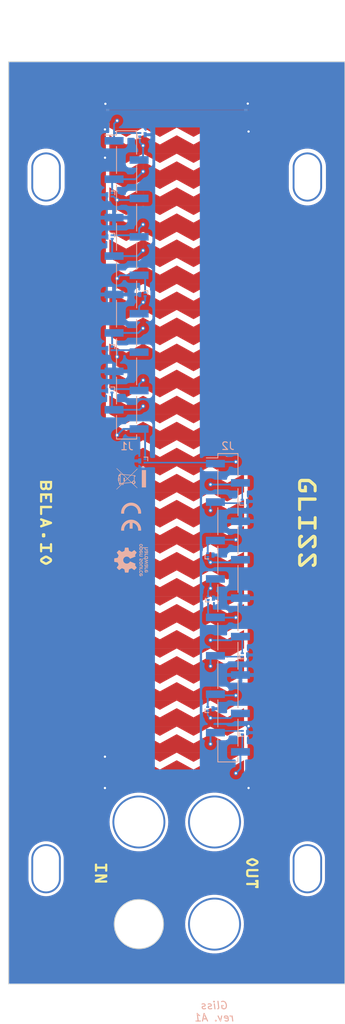
<source format=kicad_pcb>
(kicad_pcb (version 20221018) (generator pcbnew)
  (title_block (title "Gliss [Faceplate]") (rev "1.0") (company "Augmented Instruments Ltd."))
  (layers (0 "F.Cu" signal) (31 "B.Cu" signal) (34 "B.Paste" user) (35 "F.Paste" user) (36 "B.SilkS" user "B.Silkscreen") (37 "F.SilkS" user "F.Silkscreen") (38 "B.Mask" user) (39 "F.Mask" user) (44 "Edge.Cuts" user))
  (net 0 "")
  (net 1 "GND")
  (net 2 "/pad2")
  (net 3 "/pad6")
  (net 4 "/pad10")
  (net 5 "/pad14")
  (net 6 "/pad18")
  (net 7 "/pad22")
  (net 8 "/pad26")
  (net 9 "/pad4")
  (net 10 "/pad8")
  (net 11 "/pad12")
  (net 12 "/pad16")
  (net 13 "/pad20")
  (net 14 "/pad24")
  (net 15 "/pad1")
  (net 16 "/pad3")
  (net 17 "/pad5")
  (net 18 "/pad7")
  (net 19 "/pad9")
  (net 20 "/pad11")
  (net 21 "/pad13")
  (net 22 "/pad15")
  (net 23 "/pad17")
  (net 24 "/pad19")
  (net 25 "/pad21")
  (net 26 "/pad23")
  (net 27 "/pad25")
  (footprint "Gliss:TouchSlider-26_89.5x17.8mm" (layer "F.Cu") (at 137.03 86 90)
    (fp_text reference "P1" hide)
    (fp_text value "Conn_01x26")
  )
  (footprint "Gliss:eurorack_knurled_nut" (layer "F.Cu") (at 142.03 135.36)
    (fp_text reference "" hide)
    (fp_text value "eurorack_knurled_nut")
  )
  (footprint "Gliss:eurorack_knurled_nut" (layer "F.Cu") (at 142.03 148.86)
    (fp_text reference "" hide)
    (fp_text value "eurorack_knurled_nut")
  )
  (footprint "Gliss:eurorack_knurled_nut" (layer "F.Cu") (at 132.03 135.36)
    (fp_text reference "" hide)
    (fp_text value "eurorack_knurled_nut")
  )
  (footprint "Gliss:gliss_edge_silkscreen_1U_R" (layer "F.Cu") (at 127.03 34.86)
    (fp_text reference "outline" hide)
    (fp_text value "Val**" hide)
    (fp_line (start -12.225 0) (end -12.225 121.92) (stroke (width 0.1)) (layer "Edge.Cuts"))
    (fp_line (start -12.225 0) (end 32.225 0) (stroke (width 0.1)) (layer "Edge.Cuts"))
    (fp_line (start -12.225 121.92) (end 32.225 121.92) (stroke (width 0.1)) (layer "Edge.Cuts"))
    (fp_line (start 32.225 0) (end 32.225 121.92) (stroke (width 0.1)) (layer "Edge.Cuts"))
    (fp_circle (center 5 114) (end 8.25 114) (stroke (width 0.12)) (fill none) (layer "Edge.Cuts"))
  )
  (footprint "Package_DFN_QFN:Diodes_DFN1006-3" (layer "B.Cu") (at 146.05 113.284)
    (fp_text reference "U11" hide)
    (fp_text value "D5V0F2U3LP")
  )
  (footprint "Package_DFN_QFN:Diodes_DFN1006-3" (layer "B.Cu") (at 128.143 72.771 180)
    (fp_text reference "U2" hide)
    (fp_text value "D5V0F2U3LP")
  )
  (footprint "Package_DFN_QFN:Diodes_DFN1006-3" (layer "B.Cu") (at 132.5 87.63 180)
    (fp_text reference "U13" hide)
    (fp_text value "D5V0F2U3LP")
  )
  (footprint "Package_DFN_QFN:Diodes_DFN1006-3" (layer "B.Cu") (at 146.04 92.99)
    (fp_text reference "U10" hide)
    (fp_text value "D5V0F2U3LP")
  )
  (footprint "Connector_PinHeader_2.54mm:PinHeader_1x16_P2.54mm_Vertical_SMD_Pin1Right" (layer "B.Cu") (at 143.8 107.04 180)
    (fp_text reference "J2")
    (fp_text value "Conn_01x16_Male")
  )
  (footprint "Gliss:OpenSourceHardware_Logo" (layer "B.Cu") (at 131 100.75 -90)
    (fp_text reference "REF**" hide)
    (fp_text value "OpenSourceHardware_Logo")
  )
  (footprint "Package_DFN_QFN:Diodes_DFN1006-3" (layer "B.Cu") (at 128.143 52.451 180)
    (fp_text reference "U3" hide)
    (fp_text value "D5V0F2U3LP")
  )
  (footprint "Package_DFN_QFN:Diodes_DFN1006-3" (layer "B.Cu") (at 141.478 120.396)
    (fp_text reference "U9" hide)
    (fp_text value "D5V0F2U3LP")
  )
  (footprint "Connector_PinHeader_2.54mm:PinHeader_1x16_P2.54mm_Vertical_SMD_Pin1Right" (layer "B.Cu") (at 130.4 64.36 180)
    (fp_text reference "J1")
    (fp_text value "Conn_01x16_Male")
  )
  (footprint "Package_DFN_QFN:Diodes_DFN1006-3" (layer "B.Cu") (at 128.143 58.031 180)
    (fp_text reference "U5" hide)
    (fp_text value "D5V0F2U3LP")
  )
  (footprint "Package_DFN_QFN:Diodes_DFN1006-3" (layer "B.Cu") (at 132.5 44.51)
    (fp_text reference "U1" hide)
    (fp_text value "D5V0F2U3LP")
  )
  (footprint "Package_DFN_QFN:Diodes_DFN1006-3" (layer "B.Cu") (at 128.12 78.36 180)
    (fp_text reference "U4" hide)
    (fp_text value "D5V0F2U3LP")
  )
  (footprint "Package_DFN_QFN:Diodes_DFN1006-3" (layer "B.Cu") (at 141.5288 105.7656)
    (fp_text reference "U12" hide)
    (fp_text value "D5V0F2U3LP")
  )
  (footprint "Package_DFN_QFN:Diodes_DFN1006-3" (layer "B.Cu") (at 132.5 65.6256 180)
    (fp_text reference "U7" hide)
    (fp_text value "D5V0F2U3LP")
  )
  (footprint "Gliss:CE-Mark" (layer "B.Cu") (at 131 95 -90)
    (fp_text reference "REF**" hide)
    (fp_text value "CE-Mark")
  )
  (footprint "Package_DFN_QFN:Diodes_DFN1006-3" (layer "B.Cu") (at 141.478 100.076)
    (fp_text reference "U8" hide)
    (fp_text value "D5V0F2U3LP")
  )
  (footprint "Gliss:WEEE-Label" (layer "B.Cu") (at 131 90 -90)
    (fp_text reference "REF**" hide)
    (fp_text value "WEEE-Label")
  )
  (footprint "Package_DFN_QFN:Diodes_DFN1006-3" (layer "B.Cu") (at 146.05 123.5456)
    (fp_text reference "U6" hide)
    (fp_text value "D5V0F2U3LP")
  )
  (gr_text "Gliss\nrev. A1" (at 142.03 160.41) (layer "B.SilkS") (effects (font (size 1 1) (thickness 0.15) italic) (justify mirror)))
  (segment (start 146.53 130.87) (end 146.53 156.7) (width 0.25) (layer "F.Cu") (net 1))
  (segment (start 146.53 122.682) (end 146.53 44.09) (width 0.25) (layer "F.Cu") (net 1))
  (segment (start 127.54 68.167) (end 127.54 62.579) (width 0.25) (layer "F.Cu") (net 1))
  (segment (start 127.54 40.485) (end 127.54 41.16) (width 0.25) (layer "F.Cu") (net 1))
  (segment (start 127.54 62.579) (end 127.54 47.339) (width 0.25) (layer "F.Cu") (net 1))
  (segment (start 146.53 44.09) (end 146.53 40.505) (width 0.25) (layer "F.Cu") (net 1))
  (segment (start 127.54 130.87) (end 127.54 136.985783) (width 0.25) (layer "F.Cu") (net 1))
  (segment (start 127.54 47.339) (end 127.54 41.16) (width 0.25) (layer "F.Cu") (net 1))
  (segment (start 127.54 130.87) (end 127.54 126.73) (width 0.25) (layer "F.Cu") (net 1))
  (segment (start 146.53 40.505) (end 146.425 40.4) (width 0.25) (layer "F.Cu") (net 1))
  (segment (start 127.54 126.73) (end 127.54 68.167) (width 0.25) (layer "F.Cu") (net 1))
  (segment (start 146.53 130.87) (end 127.54 130.87) (width 0.25) (layer "F.Cu") (net 1))
  (segment (start 146.53 130.87) (end 146.53 122.682) (width 0.25) (layer "F.Cu") (net 1))
  (segment (start 127.54 136.985783) (end 127.54 156.66) (width 0.25) (layer "F.Cu") (net 1))
  (segment (start 127.6 40.425) (end 127.54 40.485) (width 0.25) (layer "F.Cu") (net 1))
  (via (at 127.55 47.55) (size 0.6) (drill 0.3) (layers "F.Cu" "B.Cu") (net 1))
  (via (at 127.54 43.81) (size 0.6) (drill 0.3) (layers "F.Cu" "B.Cu") (net 1))
  (via (at 127.6 40.425) (size 0.6) (drill 0.3) (layers "F.Cu" "B.Cu") (net 1))
  (via (at 146.53 44.09) (size 0.6) (drill 0.3) (layers "F.Cu" "B.Cu") (net 1))
  (via (at 146.425 40.4) (size 0.6) (drill 0.3) (layers "F.Cu" "B.Cu") (net 1))
  (via (at 146.53 122.682) (size 0.6) (drill 0.3) (layers "F.Cu" "B.Cu") (net 1))
  (via (at 127.54 130.87) (size 0.6) (drill 0.3) (layers "F.Cu" "B.Cu") (net 1))
  (via (at 127.54 126.73) (size 0.6) (drill 0.3) (layers "F.Cu" "B.Cu") (net 1))
  (via (at 146.53 130.87) (size 0.6) (drill 0.3) (layers "F.Cu" "B.Cu") (net 1))
  (segment (start 128.745 55.47) (end 128.12 55.47) (width 0.25) (layer "B.Cu") (net 1))
  (segment (start 128.745 65.62) (end 128.11 65.62) (width 0.25) (layer "B.Cu") (net 1))
  (segment (start 127.793 65.303) (end 127.793 62.601) (width 0.25) (layer "B.Cu") (net 1))
  (segment (start 128.11 55.47) (end 127.793 55.153) (width 0.25) (layer "B.Cu") (net 1))
  (segment (start 127.77 76.18) (end 127.77 78.36) (width 0.25) (layer "B.Cu") (net 1))
  (segment (start 146.4 95.281) (end 146.4 92.9894) (width 0.25) (layer "B.Cu") (net 1))
  (segment (start 145.455 95.61) (end 146.071 95.61) (width 0.25) (layer "B.Cu") (net 1))
  (segment (start 127.793 55.153) (end 127.793 52.451) (width 0.25) (layer "B.Cu") (net 1))
  (segment (start 128.745 75.79) (end 128.16 75.79) (width 0.25) (layer "B.Cu") (net 1))
  (segment (start 128.745 65.62) (end 128.12 65.62) (width 0.25) (layer "B.Cu") (net 1))
  (segment (start 128.18 75.79) (end 127.793 75.403) (width 0.25) (layer "B.Cu") (net 1))
  (segment (start 128.11 65.62) (end 127.793 65.303) (width 0.25) (layer "B.Cu") (net 1))
  (segment (start 146.071 95.61) (end 146.4 95.281) (width 0.25) (layer "B.Cu") (net 1))
  (segment (start 128.12 65.62) (end 127.793 65.947) (width 0.25) (layer "B.Cu") (net 1))
  (segment (start 141.8832 105.77) (end 141.8788 105.7656) (width 0.2) (layer "B.Cu") (net 1))
  (segment (start 127.793 55.797) (end 127.793 58.031) (width 0.25) (layer "B.Cu") (net 1))
  (segment (start 146.4 122.8146) (end 146.5326 122.682) (width 0.2) (layer "B.Cu") (net 1))
  (segment (start 145.455 95.61) (end 145.817 95.61) (width 0.25) (layer "B.Cu") (net 1))
  (segment (start 146.4 115.474) (end 146.4 113.284) (width 0.2) (layer "B.Cu") (net 1))
  (segment (start 145.944 115.93) (end 146.4 115.474) (width 0.2) (layer "B.Cu") (net 1))
  (segment (start 145.455 105.77) (end 141.8832 105.77) (width 0.2) (layer "B.Cu") (net 1))
  (segment (start 145.817 95.61) (end 146.1206 95.3064) (width 0.25) (layer "B.Cu") (net 1))
  (segment (start 128.745 75.79) (end 128.18 75.79) (width 0.25) (layer "B.Cu") (net 1))
  (segment (start 128.745 55.47) (end 128.11 55.47) (width 0.25) (layer "B.Cu") (net 1))
  (segment (start 127.793 65.947) (end 127.793 68.181) (width 0.25) (layer "B.Cu") (net 1))
  (segment (start 145.455 115.93) (end 145.944 115.93) (width 0.2) (layer "B.Cu") (net 1))
  (segment (start 128.12 55.47) (end 127.793 55.797) (width 0.25) (layer "B.Cu") (net 1))
  (segment (start 127.793 75.403) (end 127.793 72.771) (width 0.25) (layer "B.Cu") (net 1))
  (segment (start 146.4 123.5456) (end 146.4 122.8146) (width 0.2) (layer "B.Cu") (net 1))
  (segment (start 128.16 75.79) (end 127.77 76.18) (width 0.25) (layer "B.Cu") (net 1))
  (via (at 141.5 125.05) (size 0.6) (drill 0.3) (layers "F.Cu" "B.Cu") (net 2))
  (segment (start 145.7 123.3206) (end 142.3744 123.3206) (width 0.2) (layer "B.Cu") (net 2))
  (segment (start 142.145 123.55) (end 143.0484 123.55) (width 0.25) (layer "B.Cu") (net 2))
  (segment (start 141.5 123.8538) (end 141.5 125.05) (width 0.25) (layer "B.Cu") (net 2))
  (segment (start 142.8452 123.55) (end 143.2052 123.19) (width 0.25) (layer "B.Cu") (net 2))
  (segment (start 141.8038 123.55) (end 141.5 123.8538) (width 0.25) (layer "B.Cu") (net 2))
  (segment (start 142.3744 123.3206) (end 142.145 123.55) (width 0.2) (layer "B.Cu") (net 2))
  (segment (start 142.145 123.55) (end 142.8452 123.55) (width 0.25) (layer "B.Cu") (net 2))
  (segment (start 143.0484 123.55) (end 143.2778 123.3206) (width 0.25) (layer "B.Cu") (net 2))
  (segment (start 142.145 123.55) (end 141.8038 123.55) (width 0.25) (layer "B.Cu") (net 2))
  (via (at 141.5 111.33) (size 0.6) (drill 0.3) (layers "F.Cu" "B.Cu") (net 3))
  (segment (start 145.455 110.85) (end 144.7248 110.85) (width 0.25) (layer "B.Cu") (net 3))
  (segment (start 144.7248 110.85) (end 144.2448 111.33) (width 0.25) (layer "B.Cu") (net 3))
  (segment (start 145.7 111.095) (end 145.455 110.85) (width 0.2) (layer "B.Cu") (net 3))
  (segment (start 145.7 113.059) (end 145.7 111.095) (width 0.2) (layer "B.Cu") (net 3))
  (segment (start 144.2448 111.33) (end 141.5 111.33) (width 0.25) (layer "B.Cu") (net 3))
  (via (at 144.85 98.05) (size 0.6) (drill 0.3) (layers "F.Cu" "B.Cu") (net 4))
  (segment (start 144.85 98.05) (end 142.245 98.05) (width 0.25) (layer "B.Cu") (net 4))
  (segment (start 141.4736 98.15) (end 141.128 98.4956) (width 0.25) (layer "B.Cu") (net 4))
  (segment (start 141.128 98.4956) (end 141.128 99.851) (width 0.25) (layer "B.Cu") (net 4))
  (segment (start 142.145 98.15) (end 141.4736 98.15) (width 0.25) (layer "B.Cu") (net 4))
  (segment (start 142.245 98.05) (end 142.145 98.15) (width 0.25) (layer "B.Cu") (net 4))
  (via (at 129.15 84.222) (size 0.6) (drill 0.3) (layers "F.Cu" "B.Cu") (net 5))
  (segment (start 132.055 83.41) (end 132.6 83.41) (width 0.25) (layer "B.Cu") (net 5))
  (segment (start 132.86 83.67) (end 132.85 83.68) (width 0.25) (layer "B.Cu") (net 5))
  (segment (start 132.85 83.68) (end 132.85 87.405) (width 0.25) (layer "B.Cu") (net 5))
  (segment (start 129.15 84.222) (end 129.962 83.41) (width 0.25) (layer "B.Cu") (net 5))
  (segment (start 129.962 83.41) (end 132.055 83.41) (width 0.25) (layer "B.Cu") (net 5))
  (segment (start 132.6 83.41) (end 132.86 83.67) (width 0.25) (layer "B.Cu") (net 5))
  (via (at 132.57 70.1) (size 0.6) (drill 0.3) (layers "F.Cu" "B.Cu") (net 6))
  (segment (start 131.96 70.71) (end 132.57 70.1) (width 0.25) (layer "B.Cu") (net 6))
  (segment (start 128.493 70.962) (end 128.745 70.71) (width 0.25) (layer "B.Cu") (net 6))
  (segment (start 128.493 72.546) (end 128.493 70.962) (width 0.25) (layer "B.Cu") (net 6))
  (segment (start 128.745 70.71) (end 131.96 70.71) (width 0.25) (layer "B.Cu") (net 6))
  (via (at 132.58 56.38) (size 0.6) (drill 0.3) (layers "F.Cu" "B.Cu") (net 7))
  (segment (start 128.493 57.806) (end 131.851 57.806) (width 0.25) (layer "B.Cu") (net 7))
  (segment (start 131.851 57.806) (end 132.055 58.01) (width 0.25) (layer "B.Cu") (net 7))
  (segment (start 132.055 58.01) (end 132.055 56.905) (width 0.25) (layer "B.Cu") (net 7))
  (segment (start 132.055 56.905) (end 132.58 56.38) (width 0.25) (layer "B.Cu") (net 7))
  (via (at 129.15 42.66) (size 0.6) (drill 0.3) (layers "F.Cu" "B.Cu") (net 8))
  (segment (start 128.745 45.31) (end 128.745 44.255) (width 0.25) (layer "B.Cu") (net 8))
  (segment (start 128.745 44.255) (end 128.745 43.065) (width 0.25) (layer "B.Cu") (net 8))
  (segment (start 128.775 44.285) (end 128.745 44.255) (width 0.25) (layer "B.Cu") (net 8))
  (segment (start 128.745 43.065) (end 129.15 42.66) (width 0.25) (layer "B.Cu") (net 8))
  (segment (start 132.15 44.285) (end 128.775 44.285) (width 0.25) (layer "B.Cu") (net 8))
  (segment (start 128.493 45.562) (end 128.745 45.31) (width 0.25) (layer "B.Cu") (net 8))
  (via (at 144.85 118.63) (size 0.6) (drill 0.3) (layers "F.Cu" "B.Cu") (net 9))
  (segment (start 141.128 118.8664) (end 141.128 120.171) (width 0.25) (layer "B.Cu") (net 9))
  (segment (start 142.305 118.63) (end 144.85 118.63) (width 0.25) (layer "B.Cu") (net 9))
  (segment (start 142.145 118.47) (end 142.305 118.63) (width 0.25) (layer "B.Cu") (net 9))
  (segment (start 142.145 118.47) (end 141.5244 118.47) (width 0.25) (layer "B.Cu") (net 9))
  (segment (start 141.5244 118.47) (end 141.128 118.8664) (width 0.25) (layer "B.Cu") (net 9))
  (via (at 141.5 104.47) (size 0.6) (drill 0.3) (layers "F.Cu" "B.Cu") (net 10))
  (segment (start 141.5 103.5084) (end 141.5 104.47) (width 0.25) (layer "B.Cu") (net 10))
  (segment (start 141.7784 103.23) (end 141.5 103.5084) (width 0.25) (layer "B.Cu") (net 10))
  (segment (start 142.145 103.23) (end 141.7784 103.23) (width 0.25) (layer "B.Cu") (net 10))
  (segment (start 141.1788 104.7912) (end 141.5 104.47) (width 0.2) (layer "B.Cu") (net 10))
  (segment (start 141.1788 105.5406) (end 141.1788 104.7912) (width 0.2) (layer "B.Cu") (net 10))
  (via (at 141.5 90.75) (size 0.6) (drill 0.3) (layers "F.Cu" "B.Cu") (net 11))
  (segment (start 145.7 90.775) (end 145.455 90.53) (width 0.2) (layer "B.Cu") (net 11))
  (segment (start 144.4244 90.7542) (end 141.5042 90.7542) (width 0.25) (layer "B.Cu") (net 11))
  (segment (start 145.521 90.53) (end 145.796 90.805) (width 0.25) (layer "B.Cu") (net 11))
  (segment (start 144.6486 90.53) (end 144.4244 90.7542) (width 0.25) (layer "B.Cu") (net 11))
  (segment (start 145.455 90.53) (end 144.6486 90.53) (width 0.25) (layer "B.Cu") (net 11))
  (segment (start 145.7 92.7644) (end 145.7 90.775) (width 0.2) (layer "B.Cu") (net 11))
  (segment (start 145.455 90.53) (end 145.521 90.53) (width 0.25) (layer "B.Cu") (net 11))
  (segment (start 145.4206 90.5644) (end 145.455 90.53) (width 0.25) (layer "B.Cu") (net 11))
  (segment (start 141.5042 90.7542) (end 141.5 90.75) (width 0.25) (layer "B.Cu") (net 11))
  (via (at 132.59 76.96) (size 0.6) (drill 0.3) (layers "F.Cu" "B.Cu") (net 12))
  (segment (start 132.055 77.495) (end 132.59 76.96) (width 0.25) (layer "B.Cu") (net 12))
  (segment (start 131.86 78.135) (end 132.055 78.33) (width 0.25) (layer "B.Cu") (net 12))
  (segment (start 132.055 78.33) (end 132.055 77.495) (width 0.25) (layer "B.Cu") (net 12))
  (segment (start 128.47 78.135) (end 131.86 78.135) (width 0.25) (layer "B.Cu") (net 12))
  (via (at 129.15 63.498) (size 0.6) (drill 0.3) (layers "F.Cu" "B.Cu") (net 13))
  (segment (start 132.055 63.09) (end 132.43 63.09) (width 0.25) (layer "B.Cu") (net 13))
  (segment (start 132.43 63.09) (end 132.85 63.51) (width 0.25) (layer "B.Cu") (net 13))
  (segment (start 129.558 63.09) (end 132.055 63.09) (width 0.25) (layer "B.Cu") (net 13))
  (segment (start 132.85 63.51) (end 132.85 65.4006) (width 0.25) (layer "B.Cu") (net 13))
  (segment (start 129.15 63.498) (end 129.558 63.09) (width 0.25) (layer "B.Cu") (net 13))
  (via (at 132.58 49.38) (size 0.6) (drill 0.3) (layers "F.Cu" "B.Cu") (net 14))
  (segment (start 131.57 50.39) (end 132.58 49.38) (width 0.25) (layer "B.Cu") (net 14))
  (segment (start 128.745 50.39) (end 131.57 50.39) (width 0.25) (layer "B.Cu") (net 14))
  (segment (start 128.493 52.226) (end 128.493 50.642) (width 0.25) (layer "B.Cu") (net 14))
  (segment (start 128.493 50.642) (end 128.745 50.39) (width 0.25) (layer "B.Cu") (net 14))
  (via (at 144.85 128.92) (size 0.6) (drill 0.3) (layers "F.Cu" "B.Cu") (net 15))
  (segment (start 145.7 123.7706) (end 145.7 125.845) (width 0.2) (layer "B.Cu") (net 15))
  (segment (start 145.7 125.845) (end 145.455 126.09) (width 0.2) (layer "B.Cu") (net 15))
  (segment (start 145.455 128.315) (end 144.85 128.92) (width 0.25) (layer "B.Cu") (net 15))
  (segment (start 145.455 126.09) (end 145.455 128.315) (width 0.25) (layer "B.Cu") (net 15))
  (segment (start 145.446 126.081) (end 145.455 126.09) (width 0.25) (layer "B.Cu") (net 15))
  (via (at 141.5 121.62) (size 0.6) (drill 0.3) (layers "F.Cu" "B.Cu") (net 16))
  (segment (start 145.455 121.01) (end 144.7756 121.01) (width 0.25) (layer "B.Cu") (net 16))
  (segment (start 144.8772 121.01) (end 144.6276 121.2596) (width 0.25) (layer "B.Cu") (net 16))
  (segment (start 141.128 120.621) (end 141.128 121.248) (width 0.2) (layer "B.Cu") (net 16))
  (segment (start 145.2328 121.01) (end 145.0016 121.2412) (width 0.25) (layer "B.Cu") (net 16))
  (segment (start 144.1656 121.62) (end 141.5 121.62) (width 0.25) (layer "B.Cu") (net 16))
  (segment (start 145.455 121.01) (end 144.7248 121.01) (width 0.25) (layer "B.Cu") (net 16))
  (segment (start 144.7248 121.01) (end 144.4752 121.2596) (width 0.25) (layer "B.Cu") (net 16))
  (segment (start 145.455 121.01) (end 144.8772 121.01) (width 0.25) (layer "B.Cu") (net 16))
  (segment (start 144.7756 121.01) (end 144.1656 121.62) (width 0.25) (layer "B.Cu") (net 16))
  (segment (start 145.455 121.01) (end 145.2328 121.01) (width 0.25) (layer "B.Cu") (net 16))
  (segment (start 141.128 121.248) (end 141.5 121.62) (width 0.2) (layer "B.Cu") (net 16))
  (via (at 141.5 114.76) (size 0.6) (drill 0.3) (layers "F.Cu" "B.Cu") (net 17))
  (segment (start 141.8546 113.39) (end 141.5 113.7446) (width 0.25) (layer "B.Cu") (net 17))
  (segment (start 145.7 113.509) (end 142.264 113.509) (width 0.2) (layer "B.Cu") (net 17))
  (segment (start 142.264 113.509) (end 142.145 113.39) (width 0.2) (layer "B.Cu") (net 17))
  (segment (start 141.5 113.7446) (end 141.5 114.76) (width 0.25) (layer "B.Cu") (net 17))
  (segment (start 142.145 113.39) (end 141.8546 113.39) (width 0.25) (layer "B.Cu") (net 17))
  (via (at 144.85 108.34) (size 0.6) (drill 0.3) (layers "F.Cu" "B.Cu") (net 18))
  (segment (start 141.3808 108.31) (end 141.1732 108.1024) (width 0.25) (layer "B.Cu") (net 18))
  (segment (start 141.1732 108.1024) (end 141.1788 108.0968) (width 0.25) (layer "B.Cu") (net 18))
  (segment (start 142.145 108.31) (end 142.175 108.34) (width 0.25) (layer "B.Cu") (net 18))
  (segment (start 142.145 108.31) (end 141.3808 108.31) (width 0.25) (layer "B.Cu") (net 18))
  (segment (start 142.175 108.34) (end 144.85 108.34) (width 0.25) (layer "B.Cu") (net 18))
  (segment (start 141.1788 108.0968) (end 141.1788 105.9906) (width 0.25) (layer "B.Cu") (net 18))
  (via (at 141.5 101.04) (size 0.6) (drill 0.3) (layers "F.Cu" "B.Cu") (net 19))
  (segment (start 145.455 100.6964) (end 145.1114 101.04) (width 0.25) (layer "B.Cu") (net 19))
  (segment (start 141.128 100.668) (end 141.5 101.04) (width 0.2) (layer "B.Cu") (net 19))
  (segment (start 145.1114 101.04) (end 141.5 101.04) (width 0.25) (layer "B.Cu") (net 19))
  (segment (start 145.455 100.69) (end 145.455 100.6964) (width 0.25) (layer "B.Cu") (net 19))
  (segment (start 141.128 100.301) (end 141.128 100.668) (width 0.2) (layer "B.Cu") (net 19))
  (via (at 141.5 94.18) (size 0.6) (drill 0.3) (layers "F.Cu" "B.Cu") (net 20))
  (segment (start 145.7 93.2144) (end 142.2894 93.2144) (width 0.2) (layer "B.Cu") (net 20))
  (segment (start 142.145 93.07) (end 141.8038 93.07) (width 0.2) (layer "B.Cu") (net 20))
  (segment (start 141.732 93.0656) (end 141.7364 93.07) (width 0.2) (layer "B.Cu") (net 20))
  (segment (start 141.7364 93.07) (end 142.145 93.07) (width 0.2) (layer "B.Cu") (net 20))
  (segment (start 142.2894 93.2144) (end 142.145 93.07) (width 0.2) (layer "B.Cu") (net 20))
  (segment (start 141.5 93.3738) (end 141.5 94.18) (width 0.2) (layer "B.Cu") (net 20))
  (segment (start 141.8038 93.07) (end 141.5 93.3738) (width 0.2) (layer "B.Cu") (net 20))
  (via (at 144.85 87.75) (size 0.6) (drill 0.3) (layers "F.Cu" "B.Cu") (net 21))
  (segment (start 142.01 87.855) (end 142.145 87.99) (width 0.2) (layer "B.Cu") (net 21))
  (segment (start 142.374 87.75) (end 144.85 87.75) (width 0.25) (layer "B.Cu") (net 21))
  (segment (start 142.145 87.979) (end 142.374 87.75) (width 0.25) (layer "B.Cu") (net 21))
  (segment (start 132.938 87.855) (end 142.01 87.855) (width 0.2) (layer "B.Cu") (net 21))
  (segment (start 142.145 87.99) (end 142.145 87.979) (width 0.25) (layer "B.Cu") (net 21))
  (via (at 132.59 80.4) (size 0.6) (drill 0.3) (layers "F.Cu" "B.Cu") (net 22))
  (segment (start 132.12 80.87) (end 132.59 80.4) (width 0.25) (layer "B.Cu") (net 22))
  (segment (start 128.47 78.585) (end 128.47 80.595) (width 0.25) (layer "B.Cu") (net 22))
  (segment (start 128.745 80.87) (end 132.12 80.87) (width 0.25) (layer "B.Cu") (net 22))
  (segment (start 128.47 80.595) (end 128.745 80.87) (width 0.25) (layer "B.Cu") (net 22))
  (via (at 129.15 73.86) (size 0.6) (drill 0.3) (layers "F.Cu" "B.Cu") (net 23))
  (segment (start 129.174 72.996) (end 131.801 72.996) (width 0.25) (layer "B.Cu") (net 23))
  (segment (start 128.493 72.996) (end 129.174 72.996) (width 0.25) (layer "B.Cu") (net 23))
  (segment (start 131.801 72.996) (end 132.055 73.25) (width 0.25) (layer "B.Cu") (net 23))
  (segment (start 129.15 73.86) (end 129.15 73.02) (width 0.25) (layer "B.Cu") (net 23))
  (segment (start 129.15 73.02) (end 129.174 72.996) (width 0.25) (layer "B.Cu") (net 23))
  (via (at 132.6 66.663) (size 0.6) (drill 0.3) (layers "F.Cu" "B.Cu") (net 24))
  (segment (start 132.055 68.17) (end 132.055 67.208) (width 0.25) (layer "B.Cu") (net 24))
  (segment (start 132.85 66.413) (end 132.6 66.663) (width 0.25) (layer "B.Cu") (net 24))
  (segment (start 132.055 67.208) (end 132.6 66.663) (width 0.25) (layer "B.Cu") (net 24))
  (segment (start 132.85 65.8506) (end 132.85 66.413) (width 0.25) (layer "B.Cu") (net 24))
  (via (at 132.58 59.817) (size 0.6) (drill 0.3) (layers "F.Cu" "B.Cu") (net 25))
  (segment (start 131.847 60.55) (end 132.58 59.817) (width 0.25) (layer "B.Cu") (net 25))
  (segment (start 128.493 60.298) (end 128.745 60.55) (width 0.25) (layer "B.Cu") (net 25))
  (segment (start 128.745 60.55) (end 131.847 60.55) (width 0.25) (layer "B.Cu") (net 25))
  (segment (start 128.493 58.256) (end 128.493 60.298) (width 0.25) (layer "B.Cu") (net 25))
  (via (at 129.15 53.136) (size 0.6) (drill 0.3) (layers "F.Cu" "B.Cu") (net 26))
  (segment (start 130.76 53.136) (end 129.15 53.136) (width 0.25) (layer "B.Cu") (net 26))
  (segment (start 131.849 53.136) (end 132.055 52.93) (width 0.25) (layer "B.Cu") (net 26))
  (segment (start 130.76 53.136) (end 131.849 53.136) (width 0.25) (layer "B.Cu") (net 26))
  (segment (start 128.69 52.676) (end 129.15 53.136) (width 0.25) (layer "B.Cu") (net 26))
  (segment (start 128.493 52.676) (end 128.69 52.676) (width 0.25) (layer "B.Cu") (net 26))
  (via (at 132.58 45.95) (size 0.6) (drill 0.3) (layers "F.Cu" "B.Cu") (net 27))
  (segment (start 132.15 45.52) (end 132.58 45.95) (width 0.25) (layer "B.Cu") (net 27))
  (segment (start 132.58 45.95) (end 132.58 47.325) (width 0.25) (layer "B.Cu") (net 27))
  (segment (start 132.58 47.325) (end 132.055 47.85) (width 0.25) (layer "B.Cu") (net 27))
  (segment (start 131.88 48.025) (end 132.055 47.85) (width 0.25) (layer "B.Cu") (net 27))
  (segment (start 132.15 44.735) (end 132.15 45.52) (width 0.25) (layer "B.Cu") (net 27))
  (zone (net 1) (net_name "GND") (layers "F&B.Cu") (connect_pads yes (clearance 0.381)) (min_thickness 0.254) (fill yes (thermal_gap 0.508) (thermal_bridge_width 0.508))
    (polygon (pts (xy 159.287725 156.860841) (xy 114.851328 156.860841) (xy 114.851328 130.37332) (xy 159.287725 130.37332)))
  )
  (zone (net 1) (net_name "GND") (layers "F&B.Cu") (connect_pads yes (clearance 0.508)) (min_thickness 0.254) (fill yes (thermal_gap 0.508) (thermal_bridge_width 0.508))
    (polygon (pts (xy 159.25 41.222804) (xy 114.724328 41.222804) (xy 114.7 33.8) (xy 159.25 33.740606)))
  )
  (zone (net 1) (net_name "GND") (layers "F&B.Cu") (connect_pads (clearance 0.508)) (min_thickness 0.254) (fill yes (thermal_gap 0.508) (thermal_bridge_width 0.508))
    (polygon (pts (xy 159.275672 130.482198) (xy 146.6 130.482198) (xy 146.6 41) (xy 159.275672 41)))
  )
  (zone (net 1) (net_name "GND") (layers "F&B.Cu") (connect_pads (clearance 0.508)) (min_thickness 0.254) (fill yes (thermal_gap 0.508) (thermal_bridge_width 0.508))
    (polygon (pts (xy 127.6 130.482198) (xy 114.724328 130.482198) (xy 114.724328 41) (xy 127.6 41)))
  )
  (zone (net 1) (net_name "GND") (layer "B.Cu") (connect_pads (clearance 0.508)) (min_thickness 0.254) (fill yes (thermal_gap 0.508) (thermal_bridge_width 0.508))
    (polygon (pts (xy 147.75 130.7) (xy 126.25 130.7) (xy 126.25 41.25) (xy 147.75 41.25)))
  )
  (zone (net 0) (net_name "") (layer "B.Cu") (connect_pads (clearance 0)) (min_thickness 0.254)
    (keepout (tracks allowed) (vias not_allowed) (pads allowed) (copperpour not_allowed) (footprints allowed))
    (fill (thermal_gap 0.508) (thermal_bridge_width 0.508))
    (polygon (pts (xy 140.081041 128.413259) (xy 134.141036 128.413372) (xy 134.191787 43.542007) (xy 140.080992 43.541894)))
  )
)
</source>
